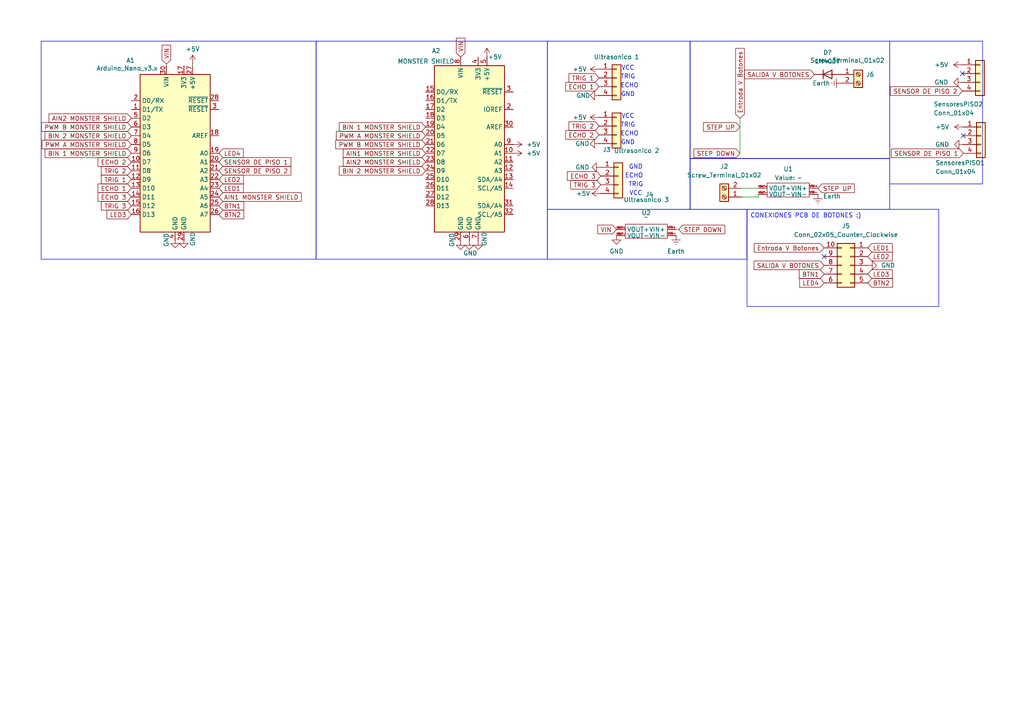
<source format=kicad_sch>
(kicad_sch (version 20231120) (generator "eeschema") (generator_version "8.0")
  (paper "A4")
  (lib_symbols
    (symbol "Conn_01x04_1" (pin_names (offset 1.016) hide)
      (property "Reference" "J" (at 0 5.08 0))
      (property "Value" "Conn_01x04" (at 0 -7.62 0))
      (symbol "Conn_01x04_1_1_1"
        (rectangle (start -1.27 -4.953) (end 0 -5.207) (stroke (width 0.1524)))
        (rectangle (start -1.27 -2.413) (end 0 -2.667) (stroke (width 0.1524)))
        (rectangle (start -1.27 0.127) (end 0 -0.127) (stroke (width 0.1524)))
        (rectangle (start -1.27 2.667) (end 0 2.413) (stroke (width 0.1524)))
        (rectangle (start -1.27 3.81) (end 1.27 -6.35) (stroke (width 0.254)) (fill (type background)))
        (pin passive line (at -5.08 2.54 0) (length 3.81) (name "Pin_1") (number "1"))
        (pin passive line (at -5.08 0 0) (length 3.81) (name "Pin_2") (number "2"))
        (pin passive line (at -5.08 -2.54 0) (length 3.81) (name "Pin_3") (number "3"))
        (pin passive line (at -5.08 -5.08 0) (length 3.81) (name "Pin_4") (number "4"))
      )
    )
    (symbol "Connector:Screw_Terminal_01x02" (pin_names (offset 1.016) hide)
      (property "Reference" "J" (at 0 2.54 0))
      (property "Value" "Screw_Terminal_01x02" (at 0 -5.08 0))
      (symbol "Screw_Terminal_01x02_1_1"
        (rectangle (start -1.27 1.27) (end 1.27 -3.81) (stroke (width 0.254)) (fill (type background)))
        (circle (center 0 -2.54) (radius 0.635) (stroke (width 0.1524)))
        (polyline (pts (xy -0.5334 -2.2098) (xy 0.3302 -3.048)) (stroke (width 0.1524)))
        (polyline (pts (xy -0.5334 0.3302) (xy 0.3302 -0.508)) (stroke (width 0.1524)))
        (polyline (pts (xy -0.3556 -2.032) (xy 0.508 -2.8702)) (stroke (width 0.1524)))
        (polyline (pts (xy -0.3556 0.508) (xy 0.508 -0.3302)) (stroke (width 0.1524)))
        (circle (center 0 0) (radius 0.635) (stroke (width 0.1524)))
        (pin passive line (at -5.08 0 0) (length 3.81) (name "Pin_1") (number "1"))
        (pin passive line (at -5.08 -2.54 0) (length 3.81) (name "Pin_2") (number "2"))
      )
    )
    (symbol "Connector_Generic:Conn_01x04" (pin_names (offset 1.016) hide)
      (property "Reference" "J1" (at -1.016 5.08 0))
      (property "Value" "Ultrasonico" (at -5.842 -7.62 0))
      (symbol "Conn_01x04_1_1"
        (rectangle (start -1.27 -4.953) (end 0 -5.207) (stroke (width 0.1524)))
        (rectangle (start -1.27 -2.413) (end 0 -2.667) (stroke (width 0.1524)))
        (rectangle (start -1.27 0.127) (end 0 -0.127) (stroke (width 0.1524)))
        (rectangle (start -1.27 2.667) (end 0 2.413) (stroke (width 0.1524)))
        (rectangle (start -1.27 3.81) (end 1.27 -6.35) (stroke (width 0.254)) (fill (type background)))
        (pin passive line (at -5.08 2.54 0) (length 3.81) (name "Pin_1") (number "1"))
        (pin passive line (at -5.08 0 0) (length 3.81) (name "Pin_2") (number "2"))
        (pin passive line (at -5.08 -2.54 0) (length 3.81) (name "Pin_3") (number "3"))
        (pin passive line (at -5.08 -5.08 0) (length 3.81) (name "Pin_4") (number "4"))
      )
    )
    (symbol "Connector_Generic:Conn_02x05_Counter_Clockwise" (pin_names (offset 1.016) hide)
      (property "Reference" "J" (at 1.27 7.62 0))
      (property "Value" "Conn_02x05_Counter_Clockwise" (at 1.27 -7.62 0))
      (symbol "Conn_02x05_Counter_Clockwise_1_1"
        (rectangle (start -1.27 -4.953) (end 0 -5.207) (stroke (width 0.1524)))
        (rectangle (start -1.27 -2.413) (end 0 -2.667) (stroke (width 0.1524)))
        (rectangle (start -1.27 0.127) (end 0 -0.127) (stroke (width 0.1524)))
        (rectangle (start -1.27 2.667) (end 0 2.413) (stroke (width 0.1524)))
        (rectangle (start -1.27 5.207) (end 0 4.953) (stroke (width 0.1524)))
        (rectangle (start -1.27 6.35) (end 3.81 -6.35) (stroke (width 0.254)) (fill (type background)))
        (rectangle (start 3.81 -4.953) (end 2.54 -5.207) (stroke (width 0.1524)))
        (rectangle (start 3.81 -2.413) (end 2.54 -2.667) (stroke (width 0.1524)))
        (rectangle (start 3.81 0.127) (end 2.54 -0.127) (stroke (width 0.1524)))
        (rectangle (start 3.81 2.667) (end 2.54 2.413) (stroke (width 0.1524)))
        (rectangle (start 3.81 5.207) (end 2.54 4.953) (stroke (width 0.1524)))
        (pin passive line (at -5.08 5.08 0) (length 3.81) (name "Pin_1") (number "1"))
        (pin passive line (at 7.62 5.08 180) (length 3.81) (name "Pin_10") (number "10"))
        (pin passive line (at -5.08 2.54 0) (length 3.81) (name "Pin_2") (number "2"))
        (pin passive line (at -5.08 0 0) (length 3.81) (name "Pin_3") (number "3"))
        (pin passive line (at -5.08 -2.54 0) (length 3.81) (name "Pin_4") (number "4"))
        (pin passive line (at -5.08 -5.08 0) (length 3.81) (name "Pin_5") (number "5"))
        (pin passive line (at 7.62 -5.08 180) (length 3.81) (name "Pin_6") (number "6"))
        (pin passive line (at 7.62 -2.54 180) (length 3.81) (name "Pin_7") (number "7"))
        (pin passive line (at 7.62 0 180) (length 3.81) (name "Pin_8") (number "8"))
        (pin passive line (at 7.62 2.54 180) (length 3.81) (name "Pin_9") (number "9"))
      )
    )
    (symbol "Diode:1N4007" (pin_numbers hide) (pin_names hide)
      (property "Reference" "D" (at 0 2.54 0))
      (property "Value" "1N4007" (at 0 -2.54 0))
      (symbol "1N4007_0_1"
        (polyline (pts (xy -1.27 1.27) (xy -1.27 -1.27)) (stroke (width 0.254)))
        (polyline (pts (xy 1.27 0) (xy -1.27 0)))
        (polyline (pts (xy 1.27 1.27) (xy 1.27 -1.27) (xy -1.27 0) (xy 1.27 1.27)) (stroke (width 0.254)))
      )
      (symbol "1N4007_1_1"
        (pin passive line (at -3.81 0 0) (length 2.54) (name "K") (number "1"))
        (pin passive line (at 3.81 0 180) (length 2.54) (name "A") (number "2"))
      )
    )
    (symbol "MCU_Module:Arduino_Nano_v3.x"
      (property "Reference" "A" (at -10.16 23.495 0))
      (property "Value" "Arduino_Nano_v3.x" (at 5.08 -24.13 0))
      (symbol "Arduino_Nano_v3.x_0_1"
        (rectangle (start -10.16 22.86) (end 10.16 -22.86) (stroke (width 0.254)) (fill (type background)))
      )
      (symbol "Arduino_Nano_v3.x_1_1"
        (pin bidirectional line (at -12.7 12.7 0) (length 2.54) (name "D1/TX") (number "1"))
        (pin bidirectional line (at -12.7 -2.54 0) (length 2.54) (name "D7") (number "10"))
        (pin bidirectional line (at -12.7 -5.08 0) (length 2.54) (name "D8") (number "11"))
        (pin bidirectional line (at -12.7 -7.62 0) (length 2.54) (name "D9") (number "12"))
        (pin bidirectional line (at -12.7 -10.16 0) (length 2.54) (name "D10") (number "13"))
        (pin bidirectional line (at -12.7 -12.7 0) (length 2.54) (name "D11") (number "14"))
        (pin bidirectional line (at -12.7 -15.24 0) (length 2.54) (name "D12") (number "15"))
        (pin bidirectional line (at -12.7 -17.78 0) (length 2.54) (name "D13") (number "16"))
        (pin power_out line (at 2.54 25.4 270) (length 2.54) (name "3V3") (number "17"))
        (pin input line (at 12.7 5.08 180) (length 2.54) (name "AREF") (number "18"))
        (pin bidirectional line (at 12.7 0 180) (length 2.54) (name "A0") (number "19"))
        (pin bidirectional line (at -12.7 15.24 0) (length 2.54) (name "D0/RX") (number "2"))
        (pin bidirectional line (at 12.7 -2.54 180) (length 2.54) (name "A1") (number "20"))
        (pin bidirectional line (at 12.7 -5.08 180) (length 2.54) (name "A2") (number "21"))
        (pin bidirectional line (at 12.7 -7.62 180) (length 2.54) (name "A3") (number "22"))
        (pin bidirectional line (at 12.7 -10.16 180) (length 2.54) (name "A4") (number "23"))
        (pin bidirectional line (at 12.7 -12.7 180) (length 2.54) (name "A5") (number "24"))
        (pin bidirectional line (at 12.7 -15.24 180) (length 2.54) (name "A6") (number "25"))
        (pin bidirectional line (at 12.7 -17.78 180) (length 2.54) (name "A7") (number "26"))
        (pin power_out line (at 5.08 25.4 270) (length 2.54) (name "+5V") (number "27"))
        (pin input line (at 12.7 15.24 180) (length 2.54) (name "~{RESET}") (number "28"))
        (pin power_in line (at 2.54 -25.4 90) (length 2.54) (name "GND") (number "29"))
        (pin input line (at 12.7 12.7 180) (length 2.54) (name "~{RESET}") (number "3"))
        (pin power_in line (at -2.54 25.4 270) (length 2.54) (name "VIN") (number "30"))
        (pin power_in line (at 0 -25.4 90) (length 2.54) (name "GND") (number "4"))
        (pin bidirectional line (at -12.7 10.16 0) (length 2.54) (name "D2") (number "5"))
        (pin bidirectional line (at -12.7 7.62 0) (length 2.54) (name "D3") (number "6"))
        (pin bidirectional line (at -12.7 5.08 0) (length 2.54) (name "D4") (number "7"))
        (pin bidirectional line (at -12.7 2.54 0) (length 2.54) (name "D5") (number "8"))
        (pin bidirectional line (at -12.7 0 0) (length 2.54) (name "D6") (number "9"))
      )
    )
    (symbol "MCU_Module:Arduino_UNO_R3"
      (property "Reference" "A" (at -10.16 23.495 0))
      (property "Value" "Arduino_UNO_R3" (at 5.08 -26.67 0))
      (symbol "Arduino_UNO_R3_0_1"
        (rectangle (start -10.16 22.86) (end 10.16 -25.4) (stroke (width 0.254)) (fill (type background)))
      )
      (symbol "Arduino_UNO_R3_1_1"
        (pin no_connect line (at -10.16 -20.32 0) (length 2.54) hide (name "NC") (number "1"))
        (pin bidirectional line (at 12.7 -2.54 180) (length 2.54) (name "A1") (number "10"))
        (pin bidirectional line (at 12.7 -5.08 180) (length 2.54) (name "A2") (number "11"))
        (pin bidirectional line (at 12.7 -7.62 180) (length 2.54) (name "A3") (number "12"))
        (pin bidirectional line (at 12.7 -10.16 180) (length 2.54) (name "SDA/A4") (number "13"))
        (pin bidirectional line (at 12.7 -12.7 180) (length 2.54) (name "SCL/A5") (number "14"))
        (pin bidirectional line (at -12.7 15.24 0) (length 2.54) (name "D0/RX") (number "15"))
        (pin bidirectional line (at -12.7 12.7 0) (length 2.54) (name "D1/TX") (number "16"))
        (pin bidirectional line (at -12.7 10.16 0) (length 2.54) (name "D2") (number "17"))
        (pin bidirectional line (at -12.7 7.62 0) (length 2.54) (name "D3") (number "18"))
        (pin bidirectional line (at -12.7 5.08 0) (length 2.54) (name "D4") (number "19"))
        (pin output line (at 12.7 10.16 180) (length 2.54) (name "IOREF") (number "2"))
        (pin bidirectional line (at -12.7 2.54 0) (length 2.54) (name "D5") (number "20"))
        (pin bidirectional line (at -12.7 0 0) (length 2.54) (name "D6") (number "21"))
        (pin bidirectional line (at -12.7 -2.54 0) (length 2.54) (name "D7") (number "22"))
        (pin bidirectional line (at -12.7 -5.08 0) (length 2.54) (name "D8") (number "23"))
        (pin bidirectional line (at -12.7 -7.62 0) (length 2.54) (name "D9") (number "24"))
        (pin bidirectional line (at -12.7 -10.16 0) (length 2.54) (name "D10") (number "25"))
        (pin bidirectional line (at -12.7 -12.7 0) (length 2.54) (name "D11") (number "26"))
        (pin bidirectional line (at -12.7 -15.24 0) (length 2.54) (name "D12") (number "27"))
        (pin bidirectional line (at -12.7 -17.78 0) (length 2.54) (name "D13") (number "28"))
        (pin power_in line (at -2.54 -27.94 90) (length 2.54) (name "GND") (number "29"))
        (pin input line (at 12.7 15.24 180) (length 2.54) (name "~{RESET}") (number "3"))
        (pin input line (at 12.7 5.08 180) (length 2.54) (name "AREF") (number "30"))
        (pin bidirectional line (at 12.7 -17.78 180) (length 2.54) (name "SDA/A4") (number "31"))
        (pin bidirectional line (at 12.7 -20.32 180) (length 2.54) (name "SCL/A5") (number "32"))
        (pin power_out line (at 2.54 25.4 270) (length 2.54) (name "3V3") (number "4"))
        (pin power_out line (at 5.08 25.4 270) (length 2.54) (name "+5V") (number "5"))
        (pin power_in line (at 0 -27.94 90) (length 2.54) (name "GND") (number "6"))
        (pin power_in line (at 2.54 -27.94 90) (length 2.54) (name "GND") (number "7"))
        (pin power_in line (at -2.54 25.4 270) (length 2.54) (name "VIN") (number "8"))
        (pin bidirectional line (at 12.7 0 180) (length 2.54) (name "A0") (number "9"))
      )
    )
    (symbol "Mt3608:LM2596"
      (property "Reference" "U" (at 0 3.81 0))
      (symbol "LM2596_0_1"
        (rectangle (start -6.096 2.794) (end 6.096 -1.27))
      )
      (symbol "LM2596_1_1"
        (pin input line (at 8.636 1.27 180) (length 2.54) (name "VIN+") (number "VIN+"))
        (pin input line (at 8.636 -0.508 180) (length 2.54) (name "VIN-") (number "VIN-"))
        (pin input line (at -8.636 1.27 0) (length 2.54) (name "VOUT+") (number "VOUT+"))
        (pin input line (at -8.636 -0.508 0) (length 2.54) (name "VOUT-") (number "VOUT-"))
      )
    )
    (symbol "Mt3608:mt3608"
      (property "Reference" "U" (at 0 0 0))
      (symbol "mt3608_0_1"
        (rectangle (start -5.08 -1.016) (end 7.112 -5.08))
      )
      (symbol "mt3608_1_1"
        (pin input line (at 9.652 -2.54 180) (length 2.54) (name "VIN+") (number "VIN+"))
        (pin input line (at 9.652 -4.318 180) (length 2.54) (name "VIN-") (number "VIN-"))
        (pin input line (at -7.62 -2.54 0) (length 2.54) (name "VOUT+") (number "VOUT+"))
        (pin input line (at -7.62 -4.318 0) (length 2.54) (name "VOUT-") (number "VOUT-"))
      )
    )
    (symbol "power:+5V" (power) (pin_numbers hide) (pin_names (offset 0) hide)
      (property "Value" "+5V" (at 0 3.556 0))
      (symbol "+5V_0_1"
        (polyline (pts (xy -0.762 1.27) (xy 0 2.54)))
        (polyline (pts (xy 0 0) (xy 0 2.54)))
        (polyline (pts (xy 0 2.54) (xy 0.762 1.27)))
      )
      (symbol "+5V_1_1"
        (pin power_in line (at 0 0 90) (length 0) (name "~") (number "1"))
      )
    )
    (symbol "power:Earth" (power) (pin_numbers hide) (pin_names (offset 0) hide)
      (property "Value" "Earth" (at 0 -3.81 0))
      (symbol "Earth_0_1"
        (polyline (pts (xy -0.635 -1.905) (xy 0.635 -1.905)))
        (polyline (pts (xy -0.127 -2.54) (xy 0.127 -2.54)))
        (polyline (pts (xy 0 -1.27) (xy 0 0)))
        (polyline (pts (xy 1.27 -1.27) (xy -1.27 -1.27)))
      )
      (symbol "Earth_1_1"
        (pin power_in line (at 0 0 270) (length 0) (name "~") (number "1"))
      )
    )
    (symbol "power:GND" (power) (pin_numbers hide) (pin_names (offset 0) hide)
      (property "Value" "GND" (at 0 -3.81 0))
      (symbol "GND_0_1"
        (polyline (pts (xy 0 0) (xy 0 -1.27) (xy 1.27 -1.27) (xy 0 -2.54) (xy -1.27 -1.27) (xy 0 -1.27)))
      )
      (symbol "GND_1_1"
        (pin power_in line (at 0 0 270) (length 0) (name "~") (number "1"))
      )
    )
  )
  (no_connect (at 239.014 74.422))
  (no_connect (at 279.146 21.336))
  (no_connect (at 279.4 39.37))
  (wire (pts (xy 219.964 56.388) (xy 219.964 57.15)))
  (wire (pts (xy 50.8 69.85) (xy 50.8 69.342)))
  (wire (pts (xy 196.85 66.548) (xy 196.088 66.548)))
  (wire (pts (xy 219.964 57.15) (xy 215.138 57.15)))
  (wire (pts (xy 55.88 19.05) (xy 55.88 18.542)))
  (wire (pts (xy 214.63 34.29) (xy 214.63 44.45)))
  (wire (pts (xy 53.34 69.85) (xy 53.34 69.342)))
  (wire (pts (xy 215.138 54.61) (xy 219.964 54.61)))
  (wire (pts (xy 48.26 19.05) (xy 48.26 18.542)))
  (rectangle (start 200.152 45.974) (end 258.064 60.706))
  (rectangle (start 11.938 11.938) (end 91.694 75.184))
  (rectangle (start 91.694 11.938) (end 158.75 75.184))
  (rectangle (start 200.152 11.938) (end 258.064 45.974))
  (rectangle (start 158.75 60.706) (end 216.662 75.184))
  (rectangle (start 258.064 11.938) (end 284.988 53.34))
  (rectangle (start 158.75 11.938) (end 200.152 60.706))
  (text_box "CONEXIONES PCB DE BOTONES :)" (at 216.662 60.706 0) (size 55.626 28.194) (effects (font (size 1.27 1.27)) (justify left top)))
  (text "ECHO" (at 183.896 51.054 0) (effects (font (size 1.27 1.27))))
  (text "TRIG" (at 182.118 22.352 0) (effects (font (size 1.27 1.27))))
  (text "GND" (at 184.404 48.514 0) (effects (font (size 1.27 1.27))))
  (text "VCC\n" (at 182.118 19.812 0) (effects (font (size 1.27 1.27))))
  (text "VCC\n" (at 184.404 56.134 0) (effects (font (size 1.27 1.27))))
  (text "TRIG" (at 182.118 36.322 0) (effects (font (size 1.27 1.27))))
  (text "ECHO" (at 182.626 38.862 0) (effects (font (size 1.27 1.27))))
  (text "TRIG" (at 184.404 53.594 0) (effects (font (size 1.27 1.27))))
  (text "ECHO" (at 182.626 24.892 0) (effects (font (size 1.27 1.27))))
  (text "GND" (at 182.118 27.432 0) (effects (font (size 1.27 1.27))))
  (text "VCC\n" (at 182.118 33.782 0) (effects (font (size 1.27 1.27))))
  (text "GND" (at 182.118 41.402 0) (effects (font (size 1.27 1.27))))
  (global_label "TRIG 3" (shape input) (at 174.244 53.594 180) (property "Intersheetrefs" "${INTERSHEET_REFS}" (effects (hide yes))))
  (global_label "LED4" (shape input) (at 63.5 44.45 0) (property "Intersheetrefs" "${INTERSHEET_REFS}" (effects (hide yes))))
  (global_label "SENSOR DE PISO 1" (shape input) (at 63.5 46.99 0) (property "Intersheetrefs" "${INTERSHEET_REFS}" (effects (hide yes))))
  (global_label "Entroda V Botones" (shape input) (at 214.63 34.29 90) (property "Intersheetrefs" "${INTERSHEET_REFS}" (effects (hide yes))))
  (global_label "TRIG 3" (shape input) (at 38.1 59.69 180) (property "Intersheetrefs" "${INTERSHEET_REFS}" (effects (hide yes))))
  (global_label "ECHO 1" (shape input) (at 173.736 25.146 180) (property "Intersheetrefs" "${INTERSHEET_REFS}" (effects (hide yes))))
  (global_label "BIN 1 MONSTER SHIELD" (shape input) (at 123.444 36.83 180) (property "Intersheetrefs" "${INTERSHEET_REFS}" (effects (hide yes))))
  (global_label "BIN 2 MONSTER SHIELD" (shape input) (at 38.1 39.37 180) (property "Intersheetrefs" "${INTERSHEET_REFS}" (effects (hide yes))))
  (global_label "ECHO 2" (shape input) (at 38.1 46.99 180) (property "Intersheetrefs" "${INTERSHEET_REFS}" (effects (hide yes))))
  (global_label "SENSOR DE PISO 2" (shape input) (at 63.5 49.53 0) (property "Intersheetrefs" "${INTERSHEET_REFS}" (effects (hide yes))))
  (global_label "LED2" (shape input) (at 63.5 52.07 0) (property "Intersheetrefs" "${INTERSHEET_REFS}" (effects (hide yes))))
  (global_label "VIN" (shape input) (at 48.26 18.542 90) (property "Intersheetrefs" "${INTERSHEET_REFS}" (effects (hide yes))))
  (global_label "STEP DOWN" (shape input) (at 214.63 44.45 180) (property "Intersheetrefs" "${INTERSHEET_REFS}" (effects (hide yes))))
  (global_label "AIN1 MONSTER SHIELD" (shape input) (at 63.5 57.15 0) (property "Intersheetrefs" "${INTERSHEET_REFS}" (effects (hide yes))))
  (global_label "Entroda V Botones" (shape input) (at 239.014 71.882 180) (property "Intersheetrefs" "${INTERSHEET_REFS}" (effects (hide yes))))
  (global_label "SENSOR DE PISO 1" (shape input) (at 279.4 44.45 180) (property "Intersheetrefs" "${INTERSHEET_REFS}" (effects (hide yes))))
  (global_label "VIN" (shape input) (at 178.816 66.548 180) (property "Intersheetrefs" "${INTERSHEET_REFS}" (effects (hide yes))))
  (global_label "PWM B MONSTER SHIELD" (shape input) (at 38.1 36.83 180) (property "Intersheetrefs" "${INTERSHEET_REFS}" (effects (hide yes))))
  (global_label "BTN2" (shape input) (at 251.714 82.042 0) (property "Intersheetrefs" "${INTERSHEET_REFS}" (effects (hide yes))))
  (global_label "PWM A MONSTER SHIELD" (shape input) (at 123.444 39.37 180) (property "Intersheetrefs" "${INTERSHEET_REFS}" (effects (hide yes))))
  (global_label "ECHO 3" (shape input) (at 174.244 51.054 180) (property "Intersheetrefs" "${INTERSHEET_REFS}" (effects (hide yes))))
  (global_label "LED4" (shape input) (at 239.014 82.042 180) (property "Intersheetrefs" "${INTERSHEET_REFS}" (effects (hide yes))))
  (global_label "SENSOR DE PISO 2" (shape input) (at 279.146 26.416 180) (property "Intersheetrefs" "${INTERSHEET_REFS}" (effects (hide yes))))
  (global_label "SALIDA V BOTONES" (shape input) (at 239.014 76.962 180) (property "Intersheetrefs" "${INTERSHEET_REFS}" (effects (hide yes))))
  (global_label "TRIG 1" (shape input) (at 173.736 22.606 180) (property "Intersheetrefs" "${INTERSHEET_REFS}" (effects (hide yes))))
  (global_label "ECHO 1" (shape input) (at 38.1 54.61 180) (property "Intersheetrefs" "${INTERSHEET_REFS}" (effects (hide yes))))
  (global_label "LED2" (shape input) (at 251.714 74.422 0) (property "Intersheetrefs" "${INTERSHEET_REFS}" (effects (hide yes))))
  (global_label "LED1" (shape input) (at 251.714 71.882 0) (property "Intersheetrefs" "${INTERSHEET_REFS}" (effects (hide yes))))
  (global_label "LED3" (shape input) (at 38.1 62.23 180) (property "Intersheetrefs" "${INTERSHEET_REFS}" (effects (hide yes))))
  (global_label "ECHO 2" (shape input) (at 173.736 39.116 180) (property "Intersheetrefs" "${INTERSHEET_REFS}" (effects (hide yes))))
  (global_label "STEP UP" (shape input) (at 214.63 36.83 180) (property "Intersheetrefs" "${INTERSHEET_REFS}" (effects (hide yes))))
  (global_label "LED3" (shape input) (at 251.714 79.502 0) (property "Intersheetrefs" "${INTERSHEET_REFS}" (effects (hide yes))))
  (global_label "TRIG 2" (shape input) (at 38.1 49.53 180) (property "Intersheetrefs" "${INTERSHEET_REFS}" (effects (hide yes))))
  (global_label "PWM B MONSTER SHIELD" (shape input) (at 123.444 41.91 180) (property "Intersheetrefs" "${INTERSHEET_REFS}" (effects (hide yes))))
  (global_label "TRIG 1" (shape input) (at 38.1 52.07 180) (property "Intersheetrefs" "${INTERSHEET_REFS}" (effects (hide yes))))
  (global_label "TRIG 2" (shape input) (at 173.736 36.576 180) (property "Intersheetrefs" "${INTERSHEET_REFS}" (effects (hide yes))))
  (global_label "AIN1 MONSTER SHIELD" (shape input) (at 123.444 44.45 180) (property "Intersheetrefs" "${INTERSHEET_REFS}" (effects (hide yes))))
  (global_label "SALIDA V BOTONES" (shape input) (at 236.22 21.59 180) (property "Intersheetrefs" "${INTERSHEET_REFS}" (effects (hide yes))))
  (global_label "VIN" (shape input) (at 133.604 16.51 90) (property "Intersheetrefs" "${INTERSHEET_REFS}" (effects (hide yes))))
  (global_label "STEP DOWN" (shape input) (at 196.85 66.548 0) (property "Intersheetrefs" "${INTERSHEET_REFS}" (effects (hide yes))))
  (global_label "STEP UP" (shape input) (at 237.236 54.61 0) (property "Intersheetrefs" "${INTERSHEET_REFS}" (effects (hide yes))))
  (global_label "BTN1" (shape input) (at 63.5 59.69 0) (property "Intersheetrefs" "${INTERSHEET_REFS}" (effects (hide yes))))
  (global_label "BIN 1 MONSTER SHIELD" (shape input) (at 38.1 44.45 180) (property "Intersheetrefs" "${INTERSHEET_REFS}" (effects (hide yes))))
  (global_label "PWM A MONSTER SHIELD" (shape input) (at 38.1 41.91 180) (property "Intersheetrefs" "${INTERSHEET_REFS}" (effects (hide yes))))
  (global_label "BTN1" (shape input) (at 239.014 79.502 180) (property "Intersheetrefs" "${INTERSHEET_REFS}" (effects (hide yes))))
  (global_label "AIN2 MONSTER SHIELD" (shape input) (at 123.444 46.99 180) (property "Intersheetrefs" "${INTERSHEET_REFS}" (effects (hide yes))))
  (global_label "BIN 2 MONSTER SHIELD" (shape input) (at 123.444 49.53 180) (property "Intersheetrefs" "${INTERSHEET_REFS}" (effects (hide yes))))
  (global_label "ECHO 3" (shape input) (at 38.1 57.15 180) (property "Intersheetrefs" "${INTERSHEET_REFS}" (effects (hide yes))))
  (global_label "BTN2" (shape input) (at 63.5 62.23 0) (property "Intersheetrefs" "${INTERSHEET_REFS}" (effects (hide yes))))
  (global_label "LED1" (shape input) (at 63.5 54.61 0) (property "Intersheetrefs" "${INTERSHEET_REFS}" (effects (hide yes))))
  (global_label "AIN2 MONSTER SHIELD" (shape input) (at 38.1 34.29 180) (property "Intersheetrefs" "${INTERSHEET_REFS}" (effects (hide yes))))
  (symbol (lib_id "Connector_Generic:Conn_01x04") (at 178.816 22.606 0) (unit 1)
    (property "Reference" "J1" (at 63.5 -10.16 0))
    (property "Value" "Ultrasonico 1" (at 178.816 16.51 0))
    (property "Footprint" "Connector_PinHeader_2.54mm:PinHeader_1x04_P2.54mm_Vertical" (effects (hide yes)))
    (property "Description" "Generic connector, single row, 01x04, script generated (kicad-library-utils/schlib/autogen/connector/)" (effects (hide yes)))
  )
  (symbol (lib_id "power:GND") (at 251.714 76.962 90) (unit 1)
    (property "Reference" "#PWR01" (effects (hide yes)))
    (property "Value" "GND" (at 255.524 76.9619 90) (effects (justify right)))
    (property "Description" "Power symbol creates a global label with name \"GND\" , ground" (effects (hide yes)))
  )
  (symbol (lib_id "power:Earth") (at 243.84 24.13 270) (unit 1)
    (property "Reference" "#PWR02" (effects (hide yes)))
    (property "Value" "Earth" (at 240.792 24.13 90) (effects (justify right)))
    (property "Description" "Power symbol creates a global label with name \"Earth\"" (effects (hide yes)))
  )
  (symbol (lib_id "power:+5V") (at 55.88 18.542 0) (unit 1)
    (property "Reference" "#PWR05" (effects (hide yes)))
    (property "Value" "+5V" (at 55.88 14.224 0))
    (property "Description" "Power symbol creates a global label with name \"+5V\"" (effects (hide yes)))
  )
  (symbol (lib_id "power:GND") (at 279.146 23.876 270) (unit 1)
    (property "Reference" "#PWR028" (effects (hide yes)))
    (property "Value" "GND" (at 275.082 23.8759 90) (effects (justify right)))
    (property "Description" "Power symbol creates a global label with name \"GND\" , ground" (effects (hide yes)))
  )
  (symbol (lib_id "Diode:1N4007") (at 240.03 21.59 0) (unit 1)
    (property "Reference" "D?" (at 240.03 15.24 0))
    (property "Value" "1N4007" (at 240.03 17.78 0))
    (property "Footprint" "Diode_THT:D_DO-41_SOD81_P10.16mm_Horizontal" (effects (hide yes)))
    (property "Datasheet" "http://www.vishay.com/docs/88503/1n4001.pdf" (effects (hide yes)))
    (property "Description" "1000V 1A General Purpose Rectifier Diode, DO-41" (effects (hide yes)))
    (property "Sim.Device" "D" (effects (hide yes)))
    (property "Sim.Pins" "1=K 2=A" (effects (hide yes)))
  )
  (symbol (lib_id "power:+5V") (at 148.844 41.91 270) (unit 1)
    (property "Reference" "#PWR019" (effects (hide yes)))
    (property "Value" "+5V" (at 152.654 41.9099 90) (effects (justify left)))
    (property "Description" "Power symbol creates a global label with name \"+5V\"" (effects (hide yes)))
  )
  (symbol (lib_id "Connector_Generic:Conn_02x05_Counter_Clockwise") (at 246.634 76.962 0) (mirror y) (unit 1)
    (property "Reference" "J5" (at 245.364 65.532 0))
    (property "Value" "Conn_02x05_Counter_Clockwise" (at 245.364 68.072 0))
    (property "Footprint" "Connector_IDC:IDC-Header_2x05_P2.54mm_Vertical" (effects (hide yes)))
    (property "Description" "Generic connector, double row, 02x05, counter clockwise pin numbering scheme (similar to DIP package numbering), script generated (kicad-library-utils/schlib/autogen/connector/)" (effects (hide yes)))
  )
  (symbol (lib_id "power:GND") (at 173.736 41.656 270) (unit 1)
    (property "Reference" "#PWR013" (effects (hide yes)))
    (property "Value" "GND" (at 168.91 41.656 90))
    (property "Description" "Power symbol creates a global label with name \"GND\" , ground" (effects (hide yes)))
  )
  (symbol (lib_id "power:GND") (at 279.4 41.91 270) (unit 1)
    (property "Reference" "#PWR030" (effects (hide yes)))
    (property "Value" "GND" (at 275.336 41.9099 90) (effects (justify right)))
    (property "Description" "Power symbol creates a global label with name \"GND\" , ground" (effects (hide yes)))
  )
  (symbol (lib_id "power:GND") (at 133.604 69.85 0) (unit 1)
    (property "Reference" "#PWR07" (effects (hide yes)))
    (property "Value" "GND" (at 131.064 69.596 90))
    (property "Description" "Power symbol creates a global label with name \"GND\" , ground" (effects (hide yes)))
  )
  (symbol (lib_id "power:+5V") (at 173.736 20.066 90) (unit 1)
    (property "Reference" "#PWR016" (effects (hide yes)))
    (property "Value" "+5V" (at 170.18 20.0659 90) (effects (justify left)))
    (property "Description" "Power symbol creates a global label with name \"+5V\"" (effects (hide yes)))
  )
  (symbol (lib_id "power:+5V") (at 173.736 34.036 90) (unit 1)
    (property "Reference" "#PWR015" (effects (hide yes)))
    (property "Value" "+5V" (at 170.18 34.0359 90) (effects (justify left)))
    (property "Description" "Power symbol creates a global label with name \"+5V\"" (effects (hide yes)))
  )
  (symbol (lib_id "Mt3608:LM2596") (at 187.452 67.818 0) (unit 1)
    (property "Reference" "U2" (at 187.452 61.722 0))
    (property "Value" "~" (at 187.452 62.992 0))
    (property "Footprint" "Step Down:Step Down" (effects (hide yes)))
  )
  (symbol (lib_id "Connector_Generic:Conn_01x04") (at 178.816 36.576 0) (unit 1)
    (property "Reference" "J3" (at 174.752 43.434 0) (effects (justify left)))
    (property "Value" "Ultrasonico 2" (at 178.054 43.688 0) (effects (justify left)))
    (property "Footprint" "Connector_PinHeader_2.54mm:PinHeader_1x04_P2.54mm_Vertical" (effects (hide yes)))
    (property "Description" "Generic connector, single row, 01x04, script generated (kicad-library-utils/schlib/autogen/connector/)" (effects (hide yes)))
  )
  (symbol (lib_id "power:+5V") (at 174.244 56.134 90) (mirror x) (unit 1)
    (property "Reference" "#PWR010" (effects (hide yes)))
    (property "Value" "+5V" (at 171.196 56.134 90) (effects (justify left)))
    (property "Description" "Power symbol creates a global label with name \"+5V\"" (effects (hide yes)))
  )
  (symbol (lib_id "power:GND") (at 173.736 27.686 270) (unit 1)
    (property "Reference" "#PWR014" (effects (hide yes)))
    (property "Value" "GND" (at 169.164 27.686 90))
    (property "Description" "Power symbol creates a global label with name \"GND\" , ground" (effects (hide yes)))
  )
  (symbol (lib_id "power:GND") (at 174.244 48.514 270) (mirror x) (unit 1)
    (property "Reference" "#PWR012" (effects (hide yes)))
    (property "Value" "GND" (at 168.91 48.514 90))
    (property "Description" "Power symbol creates a global label with name \"GND\" , ground" (effects (hide yes)))
  )
  (symbol (lib_id "power:GND") (at 178.816 68.326 0) (unit 1)
    (property "Reference" "#PWR021" (effects (hide yes)))
    (property "Value" "GND" (at 178.816 72.898 0))
    (property "Description" "Power symbol creates a global label with name \"GND\" , ground" (effects (hide yes)))
  )
  (symbol (lib_id "Mt3608:mt3608") (at 227.584 52.07 0) (unit 1)
    (property "Reference" "U1" (at 228.6 49.022 0))
    (property "Value" "~" (at 228.6 51.562 0) (show_name yes))
    (property "Footprint" "misc_footprints:MT3608_module" (effects (hide yes)))
  )
  (symbol (lib_id "power:GND") (at 136.144 69.85 0) (unit 1)
    (property "Reference" "#PWR08" (effects (hide yes)))
    (property "Value" "GND" (at 136.398 73.406 0))
    (property "Description" "Power symbol creates a global label with name \"GND\" , ground" (effects (hide yes)))
  )
  (symbol (lib_id "Connector:Screw_Terminal_01x02") (at 248.92 21.59 0) (unit 1)
    (property "Reference" "J6" (at 251.206 21.5899 0) (effects (justify left)))
    (property "Value" "Screw_Terminal_01x02" (at 234.95 17.526 0) (effects (justify left)))
    (property "Footprint" "Connector_AMASS:AMASS_XT60-M_1x02_P7.20mm_Vertical" (effects (hide yes)))
    (property "Description" "Generic screw terminal, single row, 01x02, script generated (kicad-library-utils/schlib/autogen/connector/)" (effects (hide yes)))
  )
  (symbol (lib_id "power:GND") (at 53.34 69.342 0) (unit 1)
    (property "Reference" "#PWR04" (effects (hide yes)))
    (property "Value" "GND" (at 55.88 69.342 90))
    (property "Description" "Power symbol creates a global label with name \"GND\" , ground" (effects (hide yes)))
  )
  (symbol (lib_id "power:+5V") (at 279.146 18.796 90) (unit 1)
    (property "Reference" "#PWR027" (effects (hide yes)))
    (property "Value" "+5V" (at 275.082 18.7959 90) (effects (justify left)))
    (property "Description" "Power symbol creates a global label with name \"+5V\"" (effects (hide yes)))
  )
  (symbol (lib_id "power:GND") (at 50.8 69.342 0) (unit 1)
    (property "Reference" "#PWR03" (effects (hide yes)))
    (property "Value" "GND" (at 48.26 69.596 90))
    (property "Description" "Power symbol creates a global label with name \"GND\" , ground" (effects (hide yes)))
  )
  (symbol (lib_id "Connector:Screw_Terminal_01x02") (at 210.058 57.15 180) (unit 1)
    (property "Reference" "J2" (at 210.058 48.26 0))
    (property "Value" "Screw_Terminal_01x02" (at 210.058 50.8 0))
    (property "Footprint" "TerminalBlock:TerminalBlock_bornier-2_P5.08mm" (effects (hide yes)))
    (property "Description" "Generic screw terminal, single row, 01x02, script generated (kicad-library-utils/schlib/autogen/connector/)" (effects (hide yes)))
  )
  (symbol (lib_id "power:GND") (at 138.684 69.85 0) (unit 1)
    (property "Reference" "#PWR09" (effects (hide yes)))
    (property "Value" "GND" (at 140.462 69.342 90))
    (property "Description" "Power symbol creates a global label with name \"GND\" , ground" (effects (hide yes)))
  )
  (symbol (lib_id "Connector_Generic:Conn_01x04") (at 179.324 51.054 0) (unit 1)
    (property "Reference" "J4" (at 187.198 56.388 0) (effects (justify left)))
    (property "Value" "Ultrasonico 3" (at 180.848 57.912 0) (effects (justify left)))
    (property "Footprint" "Connector_PinHeader_2.54mm:PinHeader_1x04_P2.54mm_Vertical" (effects (hide yes)))
    (property "Description" "Generic connector, single row, 01x04, script generated (kicad-library-utils/schlib/autogen/connector/)" (effects (hide yes)))
  )
  (symbol (lib_name "Conn_01x04_1") (lib_id "Connector_Generic:Conn_01x04") (at 284.226 21.336 0) (unit 1)
    (property "Reference" "SensoresPISO2" (at 270.764 30.226 0) (effects (justify left)))
    (property "Value" "Conn_01x04" (at 270.764 32.766 0) (effects (justify left)))
    (property "Footprint" "Connector_PinSocket_2.54mm:PinSocket_1x04_P2.54mm_Vertical" (effects (hide yes)))
    (property "Description" "Generic connector, single row, 01x04, script generated (kicad-library-utils/schlib/autogen/connector/)" (effects (hide yes)))
  )
  (symbol (lib_id "MCU_Module:Arduino_Nano_v3.x") (at 50.8 44.45 0) (unit 1)
    (property "Reference" "A1" (at 36.576 17.526 0) (effects (justify left)))
    (property "Value" "Arduino_Nano_v3.x" (at 27.94 19.812 0) (effects (justify left)))
    (property "Footprint" "Module:Arduino_Nano" (effects (hide yes)))
    (property "Datasheet" "http://www.mouser.com/pdfdocs/Gravitech_Arduino_Nano3_0.pdf" (effects (hide yes)))
    (property "Description" "Arduino Nano v3.x" (effects (hide yes)))
  )
  (symbol (lib_id "power:+5V") (at 279.4 36.83 90) (unit 1)
    (property "Reference" "#PWR029" (effects (hide yes)))
    (property "Value" "+5V" (at 275.336 36.8299 90) (effects (justify left)))
    (property "Description" "Power symbol creates a global label with name \"+5V\"" (effects (hide yes)))
  )
  (symbol (lib_name "Conn_01x04_1") (lib_id "Connector_Generic:Conn_01x04") (at 284.48 39.37 0) (unit 1)
    (property "Reference" "SensoresPISO1" (at 271.272 47.244 0) (effects (justify left)))
    (property "Value" "Conn_01x04" (at 271.272 49.784 0) (effects (justify left)))
    (property "Footprint" "Connector_PinSocket_2.54mm:PinSocket_1x04_P2.54mm_Vertical" (effects (hide yes)))
    (property "Description" "Generic connector, single row, 01x04, script generated (kicad-library-utils/schlib/autogen/connector/)" (effects (hide yes)))
  )
  (symbol (lib_id "MCU_Module:Arduino_UNO_R3") (at 136.144 41.91 0) (unit 1)
    (property "Reference" "A2" (at 125.222 14.732 0) (effects (justify left)))
    (property "Value" "MONSTER SHIELD" (at 115.316 17.78 0) (effects (justify left)))
    (property "Footprint" "Module:Arduino_UNO_R3" (effects (hide yes)))
    (property "Datasheet" "https://www.arduino.cc/en/Main/arduinoBoardUno" (effects (hide yes)))
    (property "Description" "Arduino UNO Microcontroller Module, release 3" (effects (hide yes)))
  )
  (symbol (lib_id "power:Earth") (at 237.236 56.388 0) (unit 1)
    (property "Reference" "#PWR020" (effects (hide yes)))
    (property "Value" "Earth" (at 241.3 56.896 0))
    (property "Description" "Power symbol creates a global label with name \"Earth\"" (effects (hide yes)))
  )
  (symbol (lib_id "power:+5V") (at 148.844 44.45 270) (unit 1)
    (property "Reference" "#PWR018" (effects (hide yes)))
    (property "Value" "+5V" (at 152.654 44.4499 90) (effects (justify left)))
    (property "Description" "Power symbol creates a global label with name \"+5V\"" (effects (hide yes)))
  )
  (symbol (lib_id "power:Earth") (at 196.088 68.326 0) (unit 1)
    (property "Reference" "#PWR022" (effects (hide yes)))
    (property "Value" "Earth" (at 196.088 72.898 0))
    (property "Description" "Power symbol creates a global label with name \"Earth\"" (effects (hide yes)))
  )
  (symbol (lib_id "power:+5V") (at 141.224 16.51 0) (unit 1)
    (property "Reference" "#PWR06" (effects (hide yes)))
    (property "Value" "+5V" (at 143.51 16.51 0))
    (property "Description" "Power symbol creates a global label with name \"+5V\"" (effects (hide yes)))
  )
)
</source>
